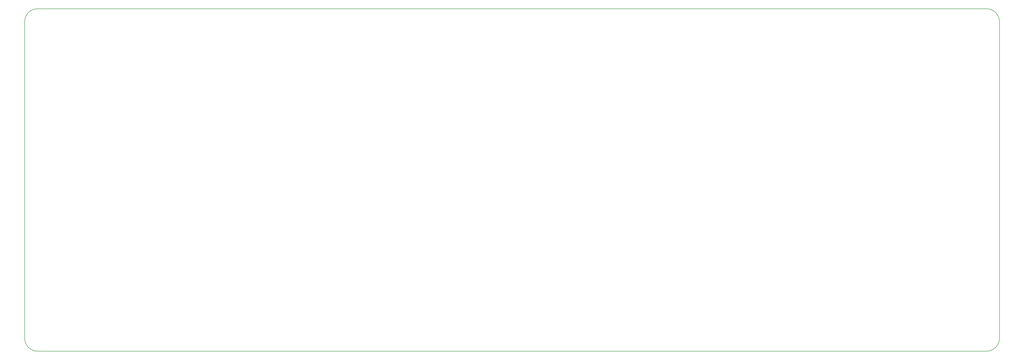
<source format=gbr>
G04 #@! TF.GenerationSoftware,KiCad,Pcbnew,8.0.6*
G04 #@! TF.CreationDate,2025-01-12T17:42:36+11:00*
G04 #@! TF.ProjectId,keyboard,6b657962-6f61-4726-942e-6b696361645f,rev?*
G04 #@! TF.SameCoordinates,Original*
G04 #@! TF.FileFunction,Profile,NP*
%FSLAX46Y46*%
G04 Gerber Fmt 4.6, Leading zero omitted, Abs format (unit mm)*
G04 Created by KiCad (PCBNEW 8.0.6) date 2025-01-12 17:42:36*
%MOMM*%
%LPD*%
G01*
G04 APERTURE LIST*
G04 #@! TA.AperFunction,Profile*
%ADD10C,0.200000*%
G04 #@! TD*
G04 APERTURE END LIST*
D10*
X393462500Y-145450000D02*
G75*
G02*
X388462500Y-150450000I-5000000J0D01*
G01*
X23750000Y-150450000D02*
G75*
G02*
X18750000Y-145450000I0J5000000D01*
G01*
X393462500Y-23625000D02*
X393462500Y-145450000D01*
X18750000Y-23625000D02*
G75*
G02*
X23750000Y-18625000I5000000J0D01*
G01*
X23750000Y-18625000D02*
X388462500Y-18625000D01*
X388462500Y-150450000D02*
X23750000Y-150450000D01*
X18750000Y-145450000D02*
X18750000Y-23625000D01*
X388462500Y-18625000D02*
G75*
G02*
X393462500Y-23625000I0J-5000000D01*
G01*
M02*

</source>
